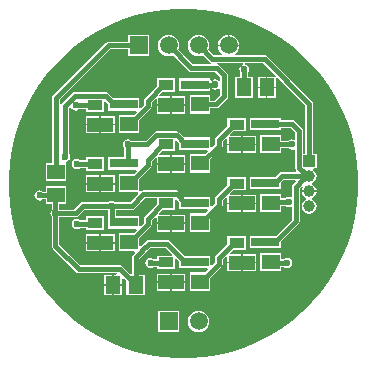
<source format=gtl>
G04*
G04 #@! TF.GenerationSoftware,Altium Limited,Altium Designer,22.0.2 (36)*
G04*
G04 Layer_Physical_Order=1*
G04 Layer_Color=255*
%FSLAX25Y25*%
%MOIN*%
G70*
G04*
G04 #@! TF.SameCoordinates,4316817A-AEA0-4868-BE51-98C0054D8074*
G04*
G04*
G04 #@! TF.FilePolarity,Positive*
G04*
G01*
G75*
%ADD12R,0.05906X0.05118*%
%ADD13R,0.05118X0.05906*%
%ADD14R,0.09449X0.03150*%
%ADD15R,0.08661X0.04724*%
%ADD16R,0.05906X0.05118*%
%ADD17R,0.05118X0.03543*%
%ADD28C,0.01500*%
%ADD29C,0.05906*%
%ADD30R,0.05906X0.05906*%
%ADD31C,0.03937*%
%ADD32R,0.03937X0.03937*%
%ADD33C,0.02362*%
G36*
X6852Y57893D02*
X11373Y57177D01*
X15824Y56108D01*
X20178Y54694D01*
X24407Y52942D01*
X28485Y50864D01*
X32388Y48472D01*
X36091Y45782D01*
X39572Y42809D01*
X42809Y39572D01*
X45782Y36091D01*
X48472Y32388D01*
X50864Y28485D01*
X52942Y24407D01*
X54694Y20178D01*
X56108Y15824D01*
X57177Y11373D01*
X57893Y6852D01*
X58252Y2289D01*
Y-2289D01*
X57893Y-6852D01*
X57177Y-11373D01*
X56108Y-15824D01*
X54694Y-20178D01*
X52942Y-24407D01*
X50864Y-28485D01*
X48472Y-32388D01*
X45782Y-36091D01*
X42809Y-39572D01*
X39572Y-42809D01*
X36091Y-45782D01*
X32388Y-48472D01*
X28485Y-50864D01*
X24407Y-52942D01*
X20178Y-54694D01*
X15824Y-56108D01*
X11373Y-57177D01*
X6852Y-57893D01*
X2289Y-58252D01*
X-2289D01*
X-6852Y-57893D01*
X-11373Y-57177D01*
X-15824Y-56108D01*
X-20178Y-54694D01*
X-24407Y-52942D01*
X-28485Y-50864D01*
X-32388Y-48472D01*
X-36091Y-45782D01*
X-39572Y-42809D01*
X-42809Y-39572D01*
X-45782Y-36091D01*
X-48472Y-32388D01*
X-50864Y-28485D01*
X-52942Y-24407D01*
X-54694Y-20178D01*
X-56108Y-15824D01*
X-57177Y-11373D01*
X-57893Y-6852D01*
X-58252Y-2289D01*
Y2289D01*
X-57893Y6852D01*
X-57177Y11373D01*
X-56108Y15824D01*
X-54694Y20178D01*
X-52942Y24407D01*
X-50864Y28485D01*
X-48472Y32388D01*
X-45782Y36091D01*
X-42809Y39572D01*
X-39572Y42809D01*
X-36091Y45782D01*
X-32388Y48472D01*
X-28485Y50864D01*
X-24407Y52942D01*
X-20178Y54694D01*
X-15824Y56108D01*
X-11373Y57177D01*
X-6852Y57893D01*
X-2289Y58252D01*
X2289D01*
X6852Y57893D01*
D02*
G37*
%LPC*%
G36*
X15250Y49450D02*
Y46250D01*
X18450D01*
X18364Y46901D01*
X18016Y47741D01*
X17462Y48463D01*
X16741Y49016D01*
X15901Y49364D01*
X15250Y49450D01*
D02*
G37*
G36*
X14750D02*
X14099Y49364D01*
X13259Y49016D01*
X12538Y48463D01*
X11984Y47741D01*
X11636Y46901D01*
X11550Y46250D01*
X14750D01*
Y49450D01*
D02*
G37*
G36*
X-11547Y49453D02*
X-18453D01*
Y47275D01*
X-25000D01*
X-25488Y47177D01*
X-25901Y46901D01*
X-43401Y29401D01*
X-43677Y28988D01*
X-43775Y28500D01*
Y6799D01*
X-45953D01*
Y681D01*
X-39047D01*
Y6799D01*
X-39213D01*
X-39236Y6815D01*
X-39223Y7328D01*
X-38860Y7400D01*
X-38304Y7772D01*
X-37933Y8328D01*
X-37802Y8984D01*
X-37933Y9640D01*
X-38242Y10102D01*
Y25098D01*
X-38067Y25236D01*
X-38001Y25251D01*
X-37436Y25123D01*
X-37212Y24788D01*
X-36656Y24416D01*
X-36000Y24286D01*
X-35344Y24416D01*
X-34788Y24788D01*
X-34701Y24918D01*
X-32622D01*
Y23921D01*
X-26504D01*
Y27294D01*
X-26004Y27501D01*
X-25165Y26662D01*
Y24315D01*
X-15716D01*
X-15524Y23853D01*
X-16519Y22858D01*
X-21622D01*
Y16740D01*
X-14717D01*
Y21056D01*
X-10957Y24815D01*
X-10681Y25229D01*
X-10584Y25717D01*
Y27098D01*
X-9462Y28220D01*
X-9000Y28029D01*
Y26415D01*
X-4419D01*
Y29028D01*
X-8001D01*
X-8192Y29489D01*
X-7198Y30484D01*
X-2882D01*
Y35028D01*
X-9000D01*
Y32287D01*
X-12760Y28527D01*
X-13036Y28114D01*
X-13133Y27626D01*
Y26245D01*
X-14255Y25123D01*
X-14717Y25314D01*
Y28465D01*
X-23363D01*
X-25014Y30116D01*
X-25428Y30392D01*
X-25915Y30489D01*
X-36224D01*
X-36711Y30392D01*
X-37125Y30116D01*
X-40418Y26823D01*
X-40694Y26409D01*
X-40725Y26251D01*
X-41225Y26300D01*
Y27972D01*
X-24472Y44725D01*
X-18453D01*
Y42547D01*
X-11547D01*
Y49453D01*
D02*
G37*
G36*
X5000Y49483D02*
X4099Y49364D01*
X3259Y49016D01*
X2537Y48463D01*
X1984Y47741D01*
X1636Y46901D01*
X1517Y46000D01*
X1636Y45099D01*
X1984Y44259D01*
X2537Y43538D01*
X3259Y42984D01*
X4099Y42636D01*
X5000Y42518D01*
X5901Y42636D01*
X6368Y42829D01*
X8599Y40599D01*
X9012Y40323D01*
X9254Y40275D01*
X9205Y39775D01*
X3028D01*
X-1829Y44632D01*
X-1636Y45099D01*
X-1517Y46000D01*
X-1636Y46901D01*
X-1984Y47741D01*
X-2537Y48463D01*
X-3259Y49016D01*
X-4099Y49364D01*
X-5000Y49483D01*
X-5901Y49364D01*
X-6741Y49016D01*
X-7463Y48463D01*
X-8016Y47741D01*
X-8364Y46901D01*
X-8483Y46000D01*
X-8364Y45099D01*
X-8016Y44259D01*
X-7463Y43538D01*
X-6741Y42984D01*
X-5901Y42636D01*
X-5000Y42518D01*
X-4099Y42636D01*
X-3632Y42829D01*
X1599Y37599D01*
X2012Y37323D01*
X2500Y37225D01*
X10472D01*
X12225Y35472D01*
Y34343D01*
X11726Y34192D01*
X11712Y34212D01*
X11156Y34584D01*
X10500Y34714D01*
X9844Y34584D01*
X9405Y34291D01*
X8906Y34423D01*
Y35028D01*
X-1543D01*
Y30878D01*
X8906D01*
Y31702D01*
X9417D01*
X9844Y31416D01*
X10500Y31286D01*
X11156Y31416D01*
X11712Y31788D01*
X11726Y31808D01*
X12225Y31657D01*
Y29528D01*
X10334Y27637D01*
X8906D01*
Y29421D01*
X2000D01*
Y23303D01*
X8906D01*
Y25088D01*
X10862D01*
X11350Y25185D01*
X11763Y25461D01*
X14401Y28099D01*
X14678Y28512D01*
X14774Y29000D01*
Y36000D01*
X14678Y36488D01*
X14401Y36901D01*
X11901Y39401D01*
X11488Y39678D01*
X11246Y39726D01*
X11295Y40225D01*
X19922D01*
X19971Y39726D01*
X19604Y39652D01*
X19048Y39281D01*
X18676Y38725D01*
X18546Y38069D01*
X18676Y37413D01*
X18985Y36950D01*
Y35453D01*
X17201D01*
Y28547D01*
X23319D01*
Y35453D01*
X21534D01*
Y36950D01*
X21843Y37413D01*
X21974Y38069D01*
X21843Y38725D01*
X21472Y39281D01*
X20916Y39652D01*
X20549Y39726D01*
X20598Y40225D01*
X26472D01*
X30745Y35953D01*
X30538Y35453D01*
X30408Y35453D01*
X27990D01*
Y32250D01*
X30799D01*
Y35061D01*
X30799Y35191D01*
X31006Y35277D01*
X31299Y35398D01*
X40592Y26106D01*
Y9968D01*
X39871D01*
Y17621D01*
X39774Y18109D01*
X39497Y18522D01*
X37214Y20806D01*
X36801Y21082D01*
X36313Y21179D01*
X32528D01*
Y21902D01*
X22079D01*
Y17752D01*
X32528D01*
Y18630D01*
X35785D01*
X37322Y17093D01*
Y14740D01*
X36822Y14473D01*
X36656Y14584D01*
X36000Y14714D01*
X35344Y14584D01*
X34881Y14275D01*
X32528D01*
Y16295D01*
X25622D01*
Y10177D01*
X32528D01*
Y11726D01*
X34881D01*
X35344Y11416D01*
X36000Y11286D01*
X36656Y11416D01*
X36822Y11527D01*
X37322Y11260D01*
Y5065D01*
X37419Y4578D01*
X37621Y4275D01*
X37446Y3774D01*
X32815D01*
X32327Y3678D01*
X31914Y3401D01*
X30725Y2213D01*
X22079D01*
Y-1937D01*
X32528D01*
Y410D01*
X33343Y1225D01*
X37270D01*
X37461Y764D01*
X36555Y-143D01*
X36279Y-556D01*
X36182Y-1044D01*
Y-4372D01*
X35741Y-4608D01*
X35681Y-4568D01*
X35025Y-4438D01*
X34369Y-4568D01*
X33907Y-4877D01*
X32528D01*
Y-3394D01*
X25622D01*
Y-9512D01*
X32528D01*
Y-7426D01*
X33907D01*
X34369Y-7735D01*
X35025Y-7866D01*
X35681Y-7735D01*
X35741Y-7695D01*
X36182Y-7931D01*
Y-12020D01*
X30725Y-17476D01*
X22079D01*
Y-21626D01*
X32528D01*
Y-19279D01*
X38357Y-13449D01*
X38634Y-13035D01*
X38731Y-12548D01*
Y-1572D01*
X39290Y-1013D01*
X39678Y-1331D01*
X39541Y-1537D01*
X39399Y-2250D01*
X44333D01*
X44191Y-1537D01*
X43646Y-720D01*
X42983Y-278D01*
X42970Y-237D01*
Y237D01*
X42983Y278D01*
X43646Y720D01*
X44191Y1537D01*
X44383Y2500D01*
X44191Y3463D01*
X43646Y4280D01*
X43269Y4532D01*
X43421Y5032D01*
X44335D01*
Y9968D01*
X43141D01*
Y26634D01*
X43044Y27122D01*
X42767Y27535D01*
X27901Y42401D01*
X27488Y42678D01*
X27000Y42775D01*
X17289D01*
X17120Y43275D01*
X17462Y43538D01*
X18016Y44259D01*
X18364Y45099D01*
X18450Y45750D01*
X11550D01*
X11636Y45099D01*
X11984Y44259D01*
X12538Y43538D01*
X12880Y43275D01*
X12710Y42775D01*
X10028D01*
X8170Y44632D01*
X8364Y45099D01*
X8483Y46000D01*
X8364Y46901D01*
X8016Y47741D01*
X7463Y48463D01*
X6741Y49016D01*
X5901Y49364D01*
X5000Y49483D01*
D02*
G37*
G36*
X27490Y35453D02*
X24681D01*
Y32250D01*
X27490D01*
Y35453D01*
D02*
G37*
G36*
X30799Y31750D02*
X27990D01*
Y28547D01*
X30799D01*
Y31750D01*
D02*
G37*
G36*
X27490D02*
X24681D01*
Y28547D01*
X27490D01*
Y31750D01*
D02*
G37*
G36*
X661Y29028D02*
X-3919D01*
Y26415D01*
X661D01*
Y29028D01*
D02*
G37*
G36*
Y25915D02*
X-3919D01*
Y23303D01*
X661D01*
Y25915D01*
D02*
G37*
G36*
X-4419D02*
X-9000D01*
Y23303D01*
X-4419D01*
Y25915D01*
D02*
G37*
G36*
X-22961Y22465D02*
X-27541D01*
Y19852D01*
X-22961D01*
Y22465D01*
D02*
G37*
G36*
X-28041D02*
X-32622D01*
Y19852D01*
X-28041D01*
Y22465D01*
D02*
G37*
G36*
X-22961Y19352D02*
X-27541D01*
Y16740D01*
X-22961D01*
Y19352D01*
D02*
G37*
G36*
X-28041D02*
X-32622D01*
Y16740D01*
X-28041D01*
Y19352D01*
D02*
G37*
G36*
X24284Y15902D02*
X19703D01*
Y13289D01*
X24284D01*
Y15902D01*
D02*
G37*
G36*
X20740Y21902D02*
X14622D01*
Y19161D01*
X10863Y15401D01*
X10586Y14988D01*
X10489Y14500D01*
Y13118D01*
X9367Y11997D01*
X8906Y12188D01*
Y15339D01*
X259D01*
X-1392Y16990D01*
X-1806Y17266D01*
X-2293Y17363D01*
X-9018D01*
X-9505Y17266D01*
X-9919Y16990D01*
X-12634Y14275D01*
X-17381D01*
X-17844Y14584D01*
X-18500Y14714D01*
X-19156Y14584D01*
X-19712Y14212D01*
X-20084Y13656D01*
X-20214Y13000D01*
X-20084Y12344D01*
X-19774Y11881D01*
Y8776D01*
X-25165D01*
Y4626D01*
X-15716D01*
X-15524Y4164D01*
X-16519Y3169D01*
X-21622D01*
Y-2949D01*
X-15227D01*
X-15020Y-3449D01*
X-17797Y-6225D01*
X-22882D01*
X-23344Y-5916D01*
X-24000Y-5786D01*
X-24656Y-5916D01*
X-25118Y-6225D01*
X-33500D01*
X-33988Y-6323D01*
X-34401Y-6599D01*
X-36528Y-8726D01*
X-41416D01*
Y-6799D01*
X-39047D01*
Y-681D01*
X-45953D01*
Y-2726D01*
X-46881D01*
X-47344Y-2416D01*
X-48000Y-2286D01*
X-48656Y-2416D01*
X-49212Y-2788D01*
X-49584Y-3344D01*
X-49714Y-4000D01*
X-49584Y-4656D01*
X-49212Y-5212D01*
X-48656Y-5584D01*
X-48000Y-5714D01*
X-47344Y-5584D01*
X-46881Y-5274D01*
X-45953D01*
Y-6799D01*
X-43965D01*
Y-8882D01*
X-44275Y-9344D01*
X-44405Y-10000D01*
X-44275Y-10656D01*
X-43965Y-11118D01*
Y-20809D01*
X-43868Y-21297D01*
X-43592Y-21710D01*
X-35901Y-29401D01*
X-35488Y-29678D01*
X-35000Y-29774D01*
X-22148D01*
X-22084Y-29870D01*
X-22351Y-30370D01*
X-23175D01*
Y-33573D01*
X-20366D01*
Y-31857D01*
X-19904Y-31666D01*
X-19004Y-32566D01*
Y-37276D01*
X-12886D01*
Y-30370D01*
X-14670D01*
Y-25162D01*
X-12825Y-23316D01*
X-12569Y-22933D01*
X-10979Y-21343D01*
X-6030D01*
X-3808Y-23566D01*
X-3999Y-24028D01*
X-9000D01*
Y-25125D01*
X-10032D01*
X-10344Y-24916D01*
X-11000Y-24786D01*
X-11656Y-24916D01*
X-12212Y-25288D01*
X-12584Y-25844D01*
X-12714Y-26500D01*
X-12584Y-27156D01*
X-12212Y-27712D01*
X-11656Y-28084D01*
X-11000Y-28214D01*
X-10344Y-28084D01*
X-9788Y-27712D01*
X-9763Y-27674D01*
X-9000D01*
Y-28571D01*
X-2882D01*
Y-25145D01*
X-2420Y-24953D01*
X-1543Y-25830D01*
Y-28177D01*
X7907D01*
X8098Y-28639D01*
X7103Y-29634D01*
X2000D01*
Y-35752D01*
X8906D01*
Y-31436D01*
X12665Y-27677D01*
X12941Y-27263D01*
X13038Y-26776D01*
Y-25406D01*
X14160Y-24284D01*
X14622Y-24475D01*
Y-26089D01*
X19203D01*
Y-23476D01*
X15621D01*
X15430Y-23014D01*
X16424Y-22020D01*
X20740D01*
Y-17476D01*
X14622D01*
Y-20217D01*
X10863Y-23977D01*
X10586Y-24390D01*
X10489Y-24878D01*
Y-26248D01*
X9367Y-27369D01*
X8906Y-27178D01*
Y-24028D01*
X259D01*
X-4601Y-19168D01*
X-5014Y-18891D01*
X-5502Y-18794D01*
X-11507D01*
X-11995Y-18891D01*
X-12408Y-19168D01*
X-14217Y-20976D01*
X-14717Y-20769D01*
Y-18322D01*
X-10957Y-14563D01*
X-10681Y-14149D01*
X-10584Y-13661D01*
Y-12280D01*
X-9462Y-11158D01*
X-9000Y-11349D01*
Y-12963D01*
X-4419D01*
Y-10350D01*
X-8001D01*
X-8192Y-9888D01*
X-7198Y-8894D01*
X-2882D01*
Y-5521D01*
X-2382Y-5314D01*
X-1543Y-6153D01*
Y-8500D01*
X7907D01*
X8098Y-8962D01*
X7103Y-9957D01*
X2000D01*
Y-16075D01*
X8906D01*
Y-11759D01*
X12665Y-8000D01*
X12941Y-7586D01*
X13038Y-7098D01*
Y-5717D01*
X14160Y-4595D01*
X14622Y-4786D01*
Y-6400D01*
X19203D01*
Y-3787D01*
X15621D01*
X15430Y-3325D01*
X16424Y-2331D01*
X20740D01*
Y2213D01*
X14622D01*
Y-528D01*
X10863Y-4288D01*
X10586Y-4701D01*
X10489Y-5189D01*
Y-6571D01*
X9367Y-7692D01*
X8906Y-7501D01*
Y-4350D01*
X259D01*
X-1392Y-2699D01*
X-1806Y-2423D01*
X-2293Y-2326D01*
X-13370D01*
X-13857Y-2423D01*
X-14217Y-2663D01*
X-14423Y-2610D01*
X-14717Y-2438D01*
Y1367D01*
X-10957Y5126D01*
X-10681Y5540D01*
X-10584Y6028D01*
Y7409D01*
X-9462Y8531D01*
X-9000Y8340D01*
Y6726D01*
X-4419D01*
Y9339D01*
X-8001D01*
X-8192Y9800D01*
X-7198Y10795D01*
X-2882D01*
Y14168D01*
X-2382Y14375D01*
X-1543Y13536D01*
Y11189D01*
X7907D01*
X8098Y10727D01*
X7103Y9732D01*
X2000D01*
Y3614D01*
X8906D01*
Y7930D01*
X12665Y11689D01*
X12941Y12103D01*
X13038Y12591D01*
Y13972D01*
X14160Y15094D01*
X14622Y14903D01*
Y13289D01*
X19203D01*
Y15902D01*
X15621D01*
X15430Y16364D01*
X16424Y17358D01*
X20740D01*
Y21902D01*
D02*
G37*
G36*
X24284Y12789D02*
X19703D01*
Y10177D01*
X24284D01*
Y12789D01*
D02*
G37*
G36*
X19203D02*
X14622D01*
Y10177D01*
X19203D01*
Y12789D01*
D02*
G37*
G36*
X-26504Y8776D02*
X-32622D01*
Y7778D01*
X-34387D01*
X-34844Y8084D01*
X-35500Y8214D01*
X-36156Y8084D01*
X-36712Y7712D01*
X-37084Y7156D01*
X-37214Y6500D01*
X-37084Y5844D01*
X-36712Y5288D01*
X-36156Y4916D01*
X-35500Y4786D01*
X-34844Y4916D01*
X-34376Y5229D01*
X-32622D01*
Y4232D01*
X-26504D01*
Y8776D01*
D02*
G37*
G36*
X661Y9339D02*
X-3919D01*
Y6726D01*
X661D01*
Y9339D01*
D02*
G37*
G36*
Y6226D02*
X-3919D01*
Y3614D01*
X661D01*
Y6226D01*
D02*
G37*
G36*
X-4419D02*
X-9000D01*
Y3614D01*
X-4419D01*
Y6226D01*
D02*
G37*
G36*
X-22961Y2776D02*
X-27541D01*
Y163D01*
X-22961D01*
Y2776D01*
D02*
G37*
G36*
X-28041D02*
X-32622D01*
Y163D01*
X-28041D01*
Y2776D01*
D02*
G37*
G36*
X-22961Y-337D02*
X-27541D01*
Y-2949D01*
X-22961D01*
Y-337D01*
D02*
G37*
G36*
X-28041D02*
X-32622D01*
Y-2949D01*
X-28041D01*
Y-337D01*
D02*
G37*
G36*
X24284Y-3787D02*
X19703D01*
Y-6400D01*
X24284D01*
Y-3787D01*
D02*
G37*
G36*
Y-6900D02*
X19703D01*
Y-9512D01*
X24284D01*
Y-6900D01*
D02*
G37*
G36*
X19203D02*
X14622D01*
Y-9512D01*
X19203D01*
Y-6900D01*
D02*
G37*
G36*
X44333Y-2750D02*
X39399D01*
X39541Y-3463D01*
X40086Y-4280D01*
X40749Y-4722D01*
X40763Y-4764D01*
Y-5237D01*
X40749Y-5278D01*
X40086Y-5720D01*
X39541Y-6537D01*
X39349Y-7500D01*
X39541Y-8463D01*
X40086Y-9280D01*
X40903Y-9825D01*
X41866Y-10017D01*
X42829Y-9825D01*
X43646Y-9280D01*
X44191Y-8463D01*
X44383Y-7500D01*
X44191Y-6537D01*
X43646Y-5720D01*
X42983Y-5278D01*
X42970Y-5237D01*
Y-4764D01*
X42983Y-4722D01*
X43646Y-4280D01*
X44191Y-3463D01*
X44333Y-2750D01*
D02*
G37*
G36*
X661Y-10350D02*
X-3919D01*
Y-12963D01*
X661D01*
Y-10350D01*
D02*
G37*
G36*
Y-13463D02*
X-3919D01*
Y-16075D01*
X661D01*
Y-13463D01*
D02*
G37*
G36*
X-4419D02*
X-9000D01*
Y-16075D01*
X-4419D01*
Y-13463D01*
D02*
G37*
G36*
X24284Y-23476D02*
X19703D01*
Y-26089D01*
X24284D01*
Y-23476D01*
D02*
G37*
G36*
X32528Y-23083D02*
X25622D01*
Y-29201D01*
X32528D01*
Y-27775D01*
X33382D01*
X33844Y-28084D01*
X34500Y-28214D01*
X35156Y-28084D01*
X35712Y-27712D01*
X36084Y-27156D01*
X36214Y-26500D01*
X36084Y-25844D01*
X35712Y-25288D01*
X35156Y-24916D01*
X34500Y-24786D01*
X33844Y-24916D01*
X33382Y-25225D01*
X32528D01*
Y-23083D01*
D02*
G37*
G36*
X24284Y-26589D02*
X19703D01*
Y-29201D01*
X24284D01*
Y-26589D01*
D02*
G37*
G36*
X19203D02*
X14622D01*
Y-29201D01*
X19203D01*
Y-26589D01*
D02*
G37*
G36*
X661Y-30028D02*
X-3919D01*
Y-32640D01*
X661D01*
Y-30028D01*
D02*
G37*
G36*
X-4419D02*
X-9000D01*
Y-32640D01*
X-4419D01*
Y-30028D01*
D02*
G37*
G36*
X-23675Y-30370D02*
X-26484D01*
Y-33573D01*
X-23675D01*
Y-30370D01*
D02*
G37*
G36*
X661Y-33140D02*
X-3919D01*
Y-35752D01*
X661D01*
Y-33140D01*
D02*
G37*
G36*
X-4419D02*
X-9000D01*
Y-35752D01*
X-4419D01*
Y-33140D01*
D02*
G37*
G36*
X-20366Y-34073D02*
X-23175D01*
Y-37276D01*
X-20366D01*
Y-34073D01*
D02*
G37*
G36*
X-23675D02*
X-26484D01*
Y-37276D01*
X-23675D01*
Y-34073D01*
D02*
G37*
G36*
X-1547Y-42547D02*
X-8453D01*
Y-49453D01*
X-1547D01*
Y-42547D01*
D02*
G37*
G36*
X5000Y-42518D02*
X4099Y-42636D01*
X3259Y-42984D01*
X2537Y-43538D01*
X1984Y-44259D01*
X1636Y-45099D01*
X1517Y-46000D01*
X1636Y-46901D01*
X1984Y-47741D01*
X2537Y-48463D01*
X3259Y-49016D01*
X4099Y-49364D01*
X5000Y-49483D01*
X5901Y-49364D01*
X6741Y-49016D01*
X7463Y-48463D01*
X8016Y-47741D01*
X8364Y-46901D01*
X8483Y-46000D01*
X8364Y-45099D01*
X8016Y-44259D01*
X7463Y-43538D01*
X6741Y-42984D01*
X5901Y-42636D01*
X5000Y-42518D01*
D02*
G37*
%LPD*%
G36*
X-9000Y-7091D02*
X-12760Y-10851D01*
X-13036Y-11264D01*
X-13133Y-11752D01*
Y-13134D01*
X-14255Y-14255D01*
X-14717Y-14064D01*
Y-10913D01*
X-22641D01*
Y-8775D01*
X-17269D01*
X-16781Y-8677D01*
X-16368Y-8401D01*
X-12842Y-4875D01*
X-9000D01*
Y-7091D01*
D02*
G37*
G36*
X-25190Y-12163D02*
X-25165Y-12286D01*
Y-15063D01*
X-15716D01*
X-15524Y-15525D01*
X-16519Y-16520D01*
X-21622D01*
Y-22638D01*
X-16404D01*
X-16213Y-23100D01*
X-16846Y-23733D01*
X-17122Y-24146D01*
X-17219Y-24634D01*
Y-30070D01*
X-17719Y-30246D01*
X-20367Y-27599D01*
X-20780Y-27323D01*
X-21268Y-27226D01*
X-34472D01*
X-41416Y-20281D01*
Y-11275D01*
X-36000D01*
X-35512Y-11178D01*
X-35099Y-10901D01*
X-32972Y-8775D01*
X-25190D01*
Y-12163D01*
D02*
G37*
%LPC*%
G36*
X-26504Y-10913D02*
X-32622D01*
Y-12225D01*
X-34381D01*
X-34844Y-11916D01*
X-35500Y-11786D01*
X-36156Y-11916D01*
X-36712Y-12288D01*
X-37084Y-12844D01*
X-37214Y-13500D01*
X-37084Y-14156D01*
X-36712Y-14712D01*
X-36156Y-15084D01*
X-35500Y-15214D01*
X-34844Y-15084D01*
X-34381Y-14774D01*
X-32622D01*
Y-15457D01*
X-26504D01*
Y-10913D01*
D02*
G37*
G36*
X-22961Y-16913D02*
X-27541D01*
Y-19526D01*
X-22961D01*
Y-16913D01*
D02*
G37*
G36*
X-28041D02*
X-32622D01*
Y-19526D01*
X-28041D01*
Y-16913D01*
D02*
G37*
G36*
X-22961Y-20026D02*
X-27541D01*
Y-22638D01*
X-22961D01*
Y-20026D01*
D02*
G37*
G36*
X-28041D02*
X-32622D01*
Y-22638D01*
X-28041D01*
Y-20026D01*
D02*
G37*
%LPD*%
D12*
X-42500Y3740D02*
D03*
Y-3740D02*
D03*
D13*
X-23425Y-33823D02*
D03*
X-15945D02*
D03*
X20260Y32000D02*
D03*
X27740D02*
D03*
D14*
X3681Y-26102D02*
D03*
X27303Y-19551D02*
D03*
X-19941Y-12988D02*
D03*
X3681Y-6425D02*
D03*
X27303Y138D02*
D03*
X-19941Y6701D02*
D03*
X3681Y13264D02*
D03*
X27303Y19827D02*
D03*
X-19941Y26390D02*
D03*
X3681Y32953D02*
D03*
D15*
X-4169Y-32890D02*
D03*
X19453Y-26339D02*
D03*
X-27791Y-19776D02*
D03*
X-4169Y-13213D02*
D03*
X19453Y-6650D02*
D03*
X-27791Y-87D02*
D03*
X-4169Y6476D02*
D03*
X19453Y13039D02*
D03*
X-27791Y19602D02*
D03*
X-4169Y26165D02*
D03*
D16*
X5453Y-32693D02*
D03*
X29075Y-26142D02*
D03*
X-18169Y-19579D02*
D03*
X5453Y-13016D02*
D03*
X29075Y-6453D02*
D03*
X-18169Y110D02*
D03*
X5453Y6673D02*
D03*
X29075Y13236D02*
D03*
X-18169Y19799D02*
D03*
X5453Y26362D02*
D03*
D17*
X17681Y-19748D02*
D03*
X-29563Y-13185D02*
D03*
X-5941Y-6622D02*
D03*
X17681Y-59D02*
D03*
X-29563Y6504D02*
D03*
X-5941Y13067D02*
D03*
X17681Y19630D02*
D03*
X-29563Y26193D02*
D03*
X-5941Y32756D02*
D03*
Y-26299D02*
D03*
D28*
X-42500Y3740D02*
Y28500D01*
X-25000Y46000D02*
X-15000D01*
X-42500Y28500D02*
X-25000Y46000D01*
X27000Y41500D02*
X41866Y26634D01*
X5000Y46000D02*
X9500Y41500D01*
X27000D01*
X41866Y7500D02*
Y26634D01*
X-6041Y-26400D02*
X-5941Y-26299D01*
X-11000Y-26500D02*
X-10900Y-26400D01*
X-6041D01*
X532Y-26102D02*
X3681D01*
X-5502Y-20069D02*
X532Y-26102D01*
X-11507Y-20069D02*
X-5502D01*
X-13726Y-22288D02*
X-11507Y-20069D01*
X-15945Y-24634D02*
X-13726Y-22415D01*
X-15945Y-33823D02*
Y-24634D01*
X-13726Y-22415D02*
Y-22288D01*
X-42691Y-20809D02*
X-35000Y-28500D01*
X-21268D01*
X-42691Y-20809D02*
Y-10000D01*
X-21268Y-28500D02*
X-15945Y-33823D01*
X-36000Y-10000D02*
X-33500Y-7500D01*
X-42691Y-10000D02*
X-36000D01*
X-33500Y-7500D02*
X-24000D01*
X-23915Y-12163D02*
X-23090Y-12988D01*
X-24000Y-7500D02*
X-23915Y-7585D01*
Y-12163D02*
Y-7585D01*
X-24000Y-7500D02*
X-17269D01*
X-23090Y-12988D02*
X-19941D01*
X-17269Y-7500D02*
X-13370Y-3600D01*
X-39516Y8984D02*
Y25922D01*
X-36224Y29215D01*
X-25915D01*
X-23090Y26390D01*
X-19941D01*
X-42760Y-4000D02*
X-42691Y-3931D01*
X-42500Y-3740D01*
X-42691Y-10000D02*
Y-3931D01*
X-48000Y-4000D02*
X-42760D01*
X-13370Y-3600D02*
X-2293D01*
X532Y-6425D02*
X3681D01*
X-2293Y-3600D02*
X532Y-6425D01*
X-9018Y16089D02*
X-2293D01*
X532Y13264D02*
X3681D01*
X-2293Y16089D02*
X532Y13264D01*
X-12106Y13000D02*
X-9018Y16089D01*
X-18500Y13000D02*
X-12106D01*
X-19941Y6701D02*
X-19325D01*
X-18500Y7526D01*
Y13000D01*
X39950Y1450D02*
X40157D01*
X37456Y-12548D02*
Y-1044D01*
X32815Y2500D02*
X41000D01*
X41207D02*
X41866D01*
X40157Y1450D02*
X41207Y2500D01*
X37456Y-1044D02*
X39950Y1450D01*
X30453Y138D02*
X32815Y2500D01*
X27303Y-19551D02*
X30453D01*
X37456Y-12548D01*
X36313Y19904D02*
X38596Y17621D01*
X27381Y19904D02*
X36313D01*
X38596Y5065D02*
Y17621D01*
X27303Y19827D02*
X27381Y19904D01*
X38596Y5065D02*
X39634Y4027D01*
X27303Y138D02*
X30453D01*
X39634Y4027D02*
X39680D01*
X41207Y2500D01*
X24154Y19827D02*
X27303D01*
X3705Y32976D02*
X10476D01*
X10500Y33000D01*
X3681Y32953D02*
X3705Y32976D01*
X5453Y26362D02*
X10862D01*
X13500Y29000D01*
Y36000D01*
X11000Y38500D02*
X13500Y36000D01*
X29433Y-26500D02*
X34500D01*
X29075Y-26142D02*
X29433Y-26500D01*
X-35500Y-13500D02*
X-29878D01*
X-29563Y-13185D01*
X11764Y-24878D02*
X16894Y-19748D01*
X5453Y-32693D02*
X5847D01*
X16894Y-19748D02*
X17681D01*
X11764Y-26776D02*
Y-24878D01*
X5847Y-32693D02*
X11764Y-26776D01*
X29075Y-6453D02*
X29376Y-6152D01*
X35025D01*
X-35500Y6500D02*
X-35496Y6504D01*
X-29563D01*
X-17776Y-19579D02*
X-11858Y-13661D01*
X-18169Y-19579D02*
X-17776D01*
X-6728Y-6622D02*
X-5941D01*
X-11858Y-11752D02*
X-6728Y-6622D01*
X-11858Y-13661D02*
Y-11752D01*
X11764Y-5189D02*
X16894Y-59D01*
X5847Y-13016D02*
X11764Y-7098D01*
X5453Y-13016D02*
X5847D01*
X16894Y-59D02*
X17681D01*
X11764Y-7098D02*
Y-5189D01*
X-17776Y110D02*
X-11858Y6028D01*
X-18169Y110D02*
X-17776D01*
X-6728Y13067D02*
X-5941D01*
X-11858Y7937D02*
X-6728Y13067D01*
X-11858Y6028D02*
Y7937D01*
X11764Y12591D02*
Y14500D01*
X5847Y6673D02*
X11764Y12591D01*
X5453Y6673D02*
X5847D01*
X16894Y19630D02*
X17681D01*
X11764Y14500D02*
X16894Y19630D01*
X29311Y13000D02*
X36000D01*
X29075Y13236D02*
X29311Y13000D01*
X-36000Y26000D02*
X-35807Y26193D01*
X-29563D01*
X-11858Y25717D02*
Y27626D01*
X-18169Y19799D02*
X-17776D01*
X-6728Y32756D02*
X-5941D01*
X-11858Y27626D02*
X-6728Y32756D01*
X-17776Y19799D02*
X-11858Y25717D01*
X20260Y32000D02*
Y38069D01*
X2500Y38500D02*
X11000D01*
X-5000Y46000D02*
X2500Y38500D01*
D29*
X5000Y-46000D02*
D03*
X15000Y46000D02*
D03*
X5000D02*
D03*
X-5000D02*
D03*
D30*
Y-46000D02*
D03*
X-15000Y46000D02*
D03*
D31*
X41866Y2500D02*
D03*
Y-2500D02*
D03*
Y-7500D02*
D03*
D32*
Y7500D02*
D03*
D33*
X-11000Y-26500D02*
D03*
X-24000Y-7500D02*
D03*
X-39516Y8984D02*
D03*
X-48000Y-4000D02*
D03*
X-42691Y-10000D02*
D03*
X-18500Y13000D02*
D03*
X10500Y33000D02*
D03*
X34500Y-26500D02*
D03*
X-35500Y-13500D02*
D03*
X35025Y-6152D02*
D03*
X-35500Y6500D02*
D03*
X36000Y13000D02*
D03*
X-36000Y26000D02*
D03*
X20260Y38069D02*
D03*
M02*

</source>
